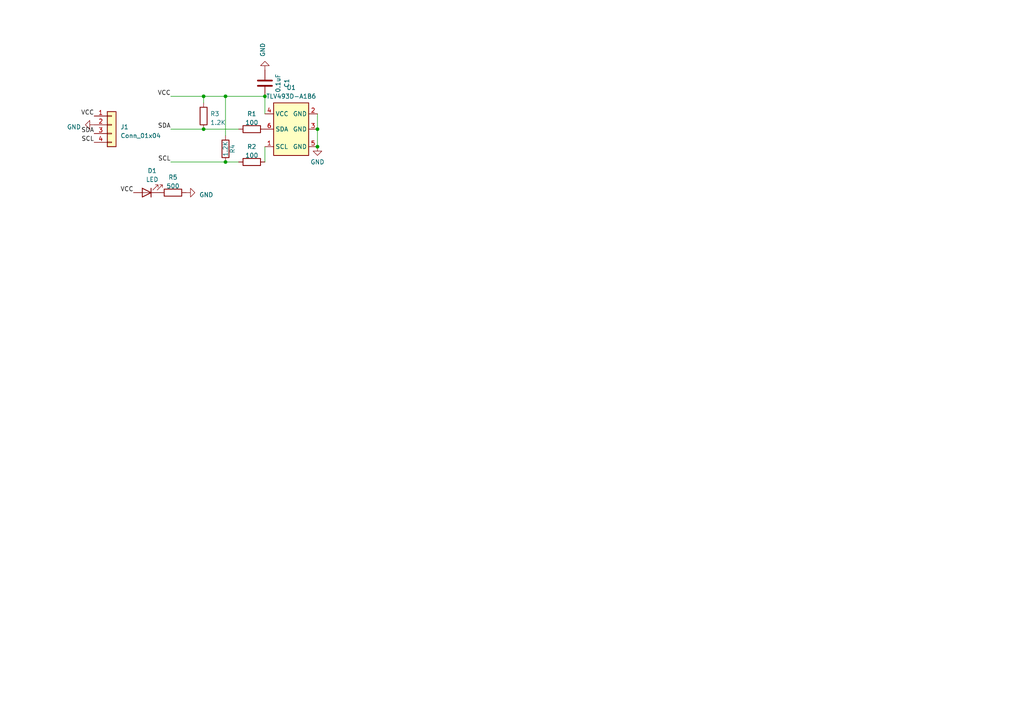
<source format=kicad_sch>
(kicad_sch (version 20230121) (generator eeschema)
  (paper "A4")
  (lib_symbols
    (symbol "Connector_Generic:Conn_01x04" (pin_names (offset 1.016) hide)
      (property "Reference" "J" (at 0 5.08 0))
      (property "Value" "Conn_01x04" (at 0 -7.62 0))
      (symbol "Conn_01x04_1_1"
        (rectangle (start -1.27 -4.953) (end 0 -5.207) (stroke (width 0.1524)))
        (rectangle (start -1.27 -2.413) (end 0 -2.667) (stroke (width 0.1524)))
        (rectangle (start -1.27 0.127) (end 0 -0.127) (stroke (width 0.1524)))
        (rectangle (start -1.27 2.667) (end 0 2.413) (stroke (width 0.1524)))
        (rectangle (start -1.27 3.81) (end 1.27 -6.35) (stroke (width 0.254)) (fill (type background)))
        (pin passive line (at -5.08 2.54 0) (length 3.81) (name "Pin_1") (number "1"))
        (pin passive line (at -5.08 0 0) (length 3.81) (name "Pin_2") (number "2"))
        (pin passive line (at -5.08 -2.54 0) (length 3.81) (name "Pin_3") (number "3"))
        (pin passive line (at -5.08 -5.08 0) (length 3.81) (name "Pin_4") (number "4"))
      )
    )
    (symbol "Device:C" (pin_numbers hide) (pin_names (offset 0.254))
      (property "Reference" "C" (at 0.635 2.54 0))
      (property "Value" "C" (at 0.635 -2.54 0))
      (symbol "C_0_1"
        (polyline (pts (xy -2.032 -0.762) (xy 2.032 -0.762)) (stroke (width 0.508)))
        (polyline (pts (xy -2.032 0.762) (xy 2.032 0.762)) (stroke (width 0.508)))
      )
      (symbol "C_1_1"
        (pin passive line (at 0 3.81 270) (length 2.794) (name "~") (number "1"))
        (pin passive line (at 0 -3.81 90) (length 2.794) (name "~") (number "2"))
      )
    )
    (symbol "Device:LED" (pin_numbers hide) (pin_names (offset 1.016) hide)
      (property "Reference" "D" (at 0 2.54 0))
      (property "Value" "LED" (at 0 -2.54 0))
      (symbol "LED_0_1"
        (polyline (pts (xy -1.27 -1.27) (xy -1.27 1.27)) (stroke (width 0.254)))
        (polyline (pts (xy -1.27 0) (xy 1.27 0)))
        (polyline (pts (xy 1.27 -1.27) (xy 1.27 1.27) (xy -1.27 0) (xy 1.27 -1.27)) (stroke (width 0.254)))
        (polyline (pts (xy -3.048 -0.762) (xy -4.572 -2.286) (xy -3.81 -2.286) (xy -4.572 -2.286) (xy -4.572 -1.524)))
        (polyline (pts (xy -1.778 -0.762) (xy -3.302 -2.286) (xy -2.54 -2.286) (xy -3.302 -2.286) (xy -3.302 -1.524)))
      )
      (symbol "LED_1_1"
        (pin passive line (at -3.81 0 0) (length 2.54) (name "K") (number "1"))
        (pin passive line (at 3.81 0 180) (length 2.54) (name "A") (number "2"))
      )
    )
    (symbol "Device:R" (pin_numbers hide) (pin_names (offset 0))
      (property "Reference" "R" (at 2.032 0 90))
      (property "Value" "R" (at 0 0 90))
      (symbol "R_0_1"
        (rectangle (start -1.016 -2.54) (end 1.016 2.54) (stroke (width 0.254)))
      )
      (symbol "R_1_1"
        (pin passive line (at 0 3.81 270) (length 1.27) (name "~") (number "1"))
        (pin passive line (at 0 -3.81 90) (length 1.27) (name "~") (number "2"))
      )
    )
    (symbol "PEST:TLV493D-A1B6"
      (property "Reference" "U" (at 0 8.89 0))
      (property "Value" "TLV493D-A1B6" (at 0 -8.89 0))
      (symbol "TLV493D-A1B6_0_1"
        (rectangle (start -5.08 7.62) (end 5.08 -7.62) (stroke (width 0.254)) (fill (type background)))
      )
      (symbol "TLV493D-A1B6_1_1"
        (pin input line (at -7.62 -5.08 0) (length 2.54) (name "SCL") (number "1"))
        (pin power_in line (at 7.62 4.445 180) (length 2.54) (name "GND") (number "2"))
        (pin power_in line (at 7.62 0 180) (length 2.54) (name "GND") (number "3"))
        (pin power_in line (at -7.62 4.445 0) (length 2.54) (name "VCC") (number "4"))
        (pin power_in line (at 7.62 -5.08 180) (length 2.54) (name "GND") (number "5"))
        (pin input line (at -7.62 0 0) (length 2.54) (name "SDA") (number "6"))
      )
    )
    (symbol "power:GND" (power) (pin_names (offset 0))
      (property "Value" "GND" (at 0 -3.81 0))
      (symbol "GND_0_1"
        (polyline (pts (xy 0 0) (xy 0 -1.27) (xy 1.27 -1.27) (xy 0 -2.54) (xy -1.27 -1.27) (xy 0 -1.27)))
      )
      (symbol "GND_1_1"
        (pin power_in line (at 0 0 270) (length 0) hide (name "GND") (number "1"))
      )
    )
  )
  (junction (at 92.075 37.465))
  (junction (at 65.405 46.99))
  (junction (at 59.055 37.465))
  (junction (at 59.055 27.94))
  (junction (at 76.835 27.94))
  (junction (at 65.405 27.94))
  (junction (at 92.075 42.545))
  (wire (pts (xy 65.405 27.94) (xy 65.405 39.37)))
  (wire (pts (xy 49.53 46.99) (xy 65.405 46.99)))
  (wire (pts (xy 49.53 27.94) (xy 59.055 27.94)))
  (wire (pts (xy 92.075 37.465) (xy 92.075 42.545)))
  (wire (pts (xy 65.405 27.94) (xy 76.835 27.94)))
  (wire (pts (xy 76.835 27.94) (xy 76.835 33.02)))
  (wire (pts (xy 49.53 37.465) (xy 59.055 37.465)))
  (wire (pts (xy 59.055 37.465) (xy 69.215 37.465)))
  (wire (pts (xy 92.075 33.02) (xy 92.075 37.465)))
  (wire (pts (xy 59.055 27.94) (xy 59.055 29.845)))
  (wire (pts (xy 59.055 27.94) (xy 65.405 27.94)))
  (wire (pts (xy 65.405 46.99) (xy 69.215 46.99)))
  (wire (pts (xy 76.835 42.545) (xy 76.835 46.99)))
  (label "SDA" (at 49.53 37.465 180))
  (label "VCC" (at 49.53 27.94 180))
  (label "SCL" (at 27.305 41.275 180))
  (label "VCC" (at 38.735 55.88 180))
  (label "SCL" (at 49.53 46.99 180))
  (label "SDA" (at 27.305 38.735 180))
  (label "VCC" (at 27.305 33.655 180))
  (symbol (lib_id "power:GND") (at 53.975 55.88 90) (unit 1)
    (property "Reference" "#PWR04" (effects hide))
    (property "Value" "GND" (at 57.785 56.515 90) (effects (justify right)))
  )
  (symbol (lib_id "Device:R") (at 59.055 33.655 0) (unit 1)
    (property "Reference" "R3" (at 60.96 33.02 0) (effects (justify left)))
    (property "Value" "1.2K" (at 60.96 35.56 0) (effects (justify left)))
    (property "Footprint" "Resistor_SMD:R_0402_1005Metric" (effects hide))
  )
  (symbol (lib_id "PEST:TLV493D-A1B6") (at 84.455 37.465 0) (unit 1)
    (property "Reference" "U1" (at 84.455 25.4 0))
    (property "Value" "TLV493D-A1B6" (at 84.455 27.94 0))
    (property "Footprint" "Package_SO:TSOP-6_1.65x3.05mm_P0.95mm" (effects hide))
  )
  (symbol (lib_id "Device:R") (at 50.165 55.88 90) (unit 1)
    (property "Reference" "R5" (at 50.165 51.435 90))
    (property "Value" "500" (at 50.165 53.975 90))
    (property "Footprint" "Resistor_SMD:R_0402_1005Metric" (effects hide))
  )
  (symbol (lib_id "power:GND") (at 76.835 20.32 180) (unit 1)
    (property "Reference" "#PWR03" (effects hide))
    (property "Value" "GND" (at 76.2 16.51 90) (effects (justify right)))
  )
  (symbol (lib_id "Device:R") (at 73.025 46.99 90) (unit 1)
    (property "Reference" "R2" (at 73.025 42.545 90))
    (property "Value" "100" (at 73.025 45.085 90))
    (property "Footprint" "Resistor_SMD:R_0402_1005Metric" (effects hide))
  )
  (symbol (lib_id "power:GND") (at 92.075 42.545 0) (unit 1)
    (property "Reference" "#PWR01" (effects hide))
    (property "Value" "GND" (at 92.075 46.99 0))
  )
  (symbol (lib_id "Device:R") (at 73.025 37.465 90) (unit 1)
    (property "Reference" "R1" (at 73.025 33.02 90))
    (property "Value" "100" (at 73.025 35.56 90))
    (property "Footprint" "Resistor_SMD:R_0402_1005Metric" (effects hide))
  )
  (symbol (lib_id "Device:R") (at 65.405 43.18 0) (unit 1)
    (property "Reference" "R4" (at 67.437 43.18 90))
    (property "Value" "1.2K" (at 65.405 43.18 90))
    (property "Footprint" "Resistor_SMD:R_0402_1005Metric" (effects hide))
  )
  (symbol (lib_id "Connector_Generic:Conn_01x04") (at 32.385 36.195 0) (unit 1)
    (property "Reference" "J1" (at 34.925 36.83 0) (effects (justify left)))
    (property "Value" "Conn_01x04" (at 34.925 39.37 0) (effects (justify left)))
    (property "Footprint" "Connector_PinSocket_2.54mm:PinSocket_1x04_P2.54mm_Horizontal" (effects hide))
  )
  (symbol (lib_id "Device:LED") (at 42.545 55.88 180) (unit 1)
    (property "Reference" "D1" (at 44.1325 49.53 0))
    (property "Value" "LED" (at 44.1325 52.07 0))
    (property "Footprint" "LED_SMD:LED_0603_1608Metric" (effects hide))
  )
  (symbol (lib_id "Device:C") (at 76.835 24.13 0) (unit 1)
    (property "Reference" "C1" (at 83.185 24.13 90))
    (property "Value" "0.1uF" (at 80.645 24.13 90))
    (property "Footprint" "Capacitor_SMD:C_0402_1005Metric" (effects hide))
  )
  (symbol (lib_id "power:GND") (at 27.305 36.195 270) (unit 1)
    (property "Reference" "#PWR02" (effects hide))
    (property "Value" "GND" (at 23.495 36.83 90) (effects (justify right)))
  )
)
</source>
